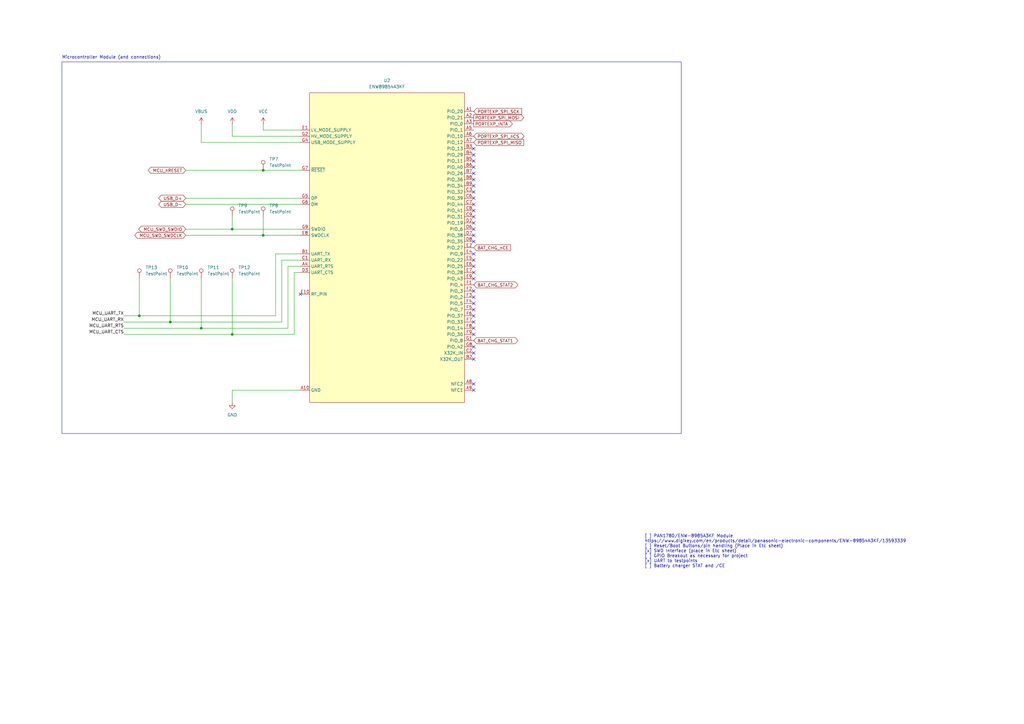
<source format=kicad_sch>
(kicad_sch (version 20250114) (generator "eeschema") (generator_version "9.0")
  (paper "A3")
  (lib_symbols
    (symbol "0.Project:ENW89854A3KF"
      (property "Reference" "U" (at 0 0 0))
      (property "Value" "ENW89854A3KF" (at 0 0 0))
      (symbol "ENW89854A3KF_1_1"
        (rectangle (start -31.75 63.5) (end 31.75 -63.5) (fill (type background)))
        (pin passive line (at -35.56 48.26 0) (length 3.81) (name "LV_MODE_SUPPLY") (number "E1"))
        (pin passive line (at -35.56 45.72 0) (length 3.81) (name "HV_MODE_SUPPLY") (number "G2"))
        (pin passive line (at -35.56 43.18 0) (length 3.81) (name "USB_MODE_SUPPLY") (number "G4"))
        (pin passive line (at -35.56 31.75 0) (length 3.81) (name "~{RESET}") (number "G7"))
        (pin passive line (at -35.56 20.32 0) (length 3.81) (name "DP") (number "G5"))
        (pin passive line (at -35.56 17.78 0) (length 3.81) (name "DM") (number "G6"))
        (pin passive line (at -35.56 7.62 0) (length 3.81) (name "SWDIO") (number "G9"))
        (pin passive line (at -35.56 5.08 0) (length 3.81) (name "SWDCLK") (number "E8"))
        (pin passive line (at -35.56 -2.54 0) (length 3.81) (name "UART_TX") (number "B1"))
        (pin passive line (at -35.56 -5.08 0) (length 3.81) (name "UART_RX") (number "C1"))
        (pin passive line (at -35.56 -7.62 0) (length 3.81) (name "UART_RTS") (number "A4"))
        (pin passive line (at -35.56 -10.16 0) (length 3.81) (name "UART_CTS") (number "D3"))
        (pin passive line (at -35.56 -19.05 0) (length 3.81) (name "RF_PIN") (number "E10"))
        (pin passive line (at -35.56 -58.42 0) (length 3.81) (name "GND") (number "A10"))
        (pin passive line (at -35.56 -58.42 0) (length 3.81) (hide yes) (name "GND") (number "A12"))
        (pin passive line (at -35.56 -58.42 0) (length 3.81) (hide yes) (name "GND") (number "A13"))
        (pin passive line (at -35.56 -58.42 0) (length 3.81) (hide yes) (name "GND") (number "B10"))
        (pin passive line (at -35.56 -58.42 0) (length 3.81) (hide yes) (name "GND") (number "C10"))
        (pin passive line (at -35.56 -58.42 0) (length 3.81) (hide yes) (name "GND") (number "C4"))
        (pin passive line (at -35.56 -58.42 0) (length 3.81) (hide yes) (name "GND") (number "C5"))
        (pin passive line (at -35.56 -58.42 0) (length 3.81) (hide yes) (name "GND") (number "D1"))
        (pin passive line (at -35.56 -58.42 0) (length 3.81) (hide yes) (name "GND") (number "D10"))
        (pin passive line (at -35.56 -58.42 0) (length 3.81) (hide yes) (name "GND") (number "D4"))
        (pin passive line (at -35.56 -58.42 0) (length 3.81) (hide yes) (name "GND") (number "D5"))
        (pin passive line (at -35.56 -58.42 0) (length 3.81) (hide yes) (name "GND") (number "D9"))
        (pin passive line (at -35.56 -58.42 0) (length 3.81) (hide yes) (name "GND") (number "E3"))
        (pin passive line (at -35.56 -58.42 0) (length 3.81) (hide yes) (name "GND") (number "F10"))
        (pin passive line (at -35.56 -58.42 0) (length 3.81) (hide yes) (name "GND") (number "G10"))
        (pin passive line (at -35.56 -58.42 0) (length 3.81) (hide yes) (name "GND") (number "G12"))
        (pin passive line (at -35.56 -58.42 0) (length 3.81) (hide yes) (name "GND") (number "G13"))
        (pin passive line (at -35.56 -58.42 0) (length 3.81) (hide yes) (name "GND") (number "G3"))
        (pin passive line (at 35.56 55.88 180) (length 3.81) (name "PIO_20") (number "A1"))
        (pin passive line (at 35.56 53.34 180) (length 3.81) (name "PIO_21") (number "A2"))
        (pin passive line (at 35.56 50.8 180) (length 3.81) (name "PIO_0") (number "A3"))
        (pin passive line (at 35.56 48.26 180) (length 3.81) (name "PIO_1") (number "A5"))
        (pin passive line (at 35.56 45.72 180) (length 3.81) (name "PIO_10") (number "A6"))
        (pin passive line (at 35.56 43.18 180) (length 3.81) (name "PIO_12") (number "A7"))
        (pin passive line (at 35.56 40.64 180) (length 3.81) (name "PIO_13") (number "B3"))
        (pin passive line (at 35.56 38.1 180) (length 3.81) (name "PIO_29") (number "B4"))
        (pin passive line (at 35.56 35.56 180) (length 3.81) (name "PIO_11") (number "B5"))
        (pin passive line (at 35.56 33.02 180) (length 3.81) (name "PIO_40") (number "B6"))
        (pin passive line (at 35.56 30.48 180) (length 3.81) (name "PIO_26") (number "B7"))
        (pin passive line (at 35.56 27.94 180) (length 3.81) (name "PIO_36") (number "B8"))
        (pin passive line (at 35.56 25.4 180) (length 3.81) (name "PIO_34") (number "B9"))
        (pin passive line (at 35.56 22.86 180) (length 3.81) (name "PIO_32") (number "C3"))
        (pin passive line (at 35.56 20.32 180) (length 3.81) (name "PIO_39") (number "C6"))
        (pin passive line (at 35.56 17.78 180) (length 3.81) (name "PIO_44") (number "C7"))
        (pin passive line (at 35.56 15.24 180) (length 3.81) (name "PIO_41") (number "C8"))
        (pin passive line (at 35.56 12.7 180) (length 3.81) (name "PIO_31") (number "C9"))
        (pin passive line (at 35.56 10.16 180) (length 3.81) (name "PIO_19") (number "D2"))
        (pin passive line (at 35.56 7.62 180) (length 3.81) (name "PIO_6") (number "D6"))
        (pin passive line (at 35.56 5.08 180) (length 3.81) (name "PIO_38") (number "D7"))
        (pin passive line (at 35.56 2.54 180) (length 3.81) (name "PIO_35") (number "D8"))
        (pin passive line (at 35.56 0 180) (length 3.81) (name "PIO_27") (number "E2"))
        (pin passive line (at 35.56 -2.54 180) (length 3.81) (name "PIO_9") (number "E4"))
        (pin passive line (at 35.56 -5.08 180) (length 3.81) (name "PIO_22") (number "E5"))
        (pin passive line (at 35.56 -7.62 180) (length 3.81) (name "PIO_25") (number "E6"))
        (pin passive line (at 35.56 -10.16 180) (length 3.81) (name "PIO_28") (number "E7"))
        (pin passive line (at 35.56 -12.7 180) (length 3.81) (name "PIO_43") (number "E9"))
        (pin passive line (at 35.56 -15.24 180) (length 3.81) (name "PIO_4") (number "F1"))
        (pin passive line (at 35.56 -17.78 180) (length 3.81) (name "PIO_3") (number "F2"))
        (pin passive line (at 35.56 -20.32 180) (length 3.81) (name "PIO_2") (number "F3"))
        (pin passive line (at 35.56 -22.86 180) (length 3.81) (name "PIO_5") (number "F4"))
        (pin passive line (at 35.56 -25.4 180) (length 3.81) (name "PIO_7") (number "F5"))
        (pin passive line (at 35.56 -27.94 180) (length 3.81) (name "PIO_37") (number "F6"))
        (pin passive line (at 35.56 -30.48 180) (length 3.81) (name "PIO_33") (number "F7"))
        (pin passive line (at 35.56 -33.02 180) (length 3.81) (name "PIO_14") (number "F8"))
        (pin passive line (at 35.56 -35.56 180) (length 3.81) (name "PIO_30") (number "F9"))
        (pin passive line (at 35.56 -38.1 180) (length 3.81) (name "PIO_8") (number "G1"))
        (pin passive line (at 35.56 -40.64 180) (length 3.81) (name "PIO_42") (number "G8"))
        (pin passive line (at 35.56 -43.18 180) (length 3.81) (name "X32K_IN") (number "C2"))
        (pin passive line (at 35.56 -45.72 180) (length 3.81) (name "X32K_OUT") (number "B2"))
        (pin passive line (at 35.56 -55.88 180) (length 3.81) (name "NFC2") (number "A8"))
        (pin passive line (at 35.56 -58.42 180) (length 3.81) (name "NFC1") (number "A9"))
      )
    )
    (symbol "Connector:TestPoint" (pin_numbers (hide yes)) (pin_names (offset 0.762) (hide yes))
      (property "Reference" "TP" (at 0 6.858 0))
      (property "Value" "TestPoint" (at 0 5.08 0))
      (symbol "TestPoint_0_1"
        (circle (center 0 3.302) (radius 0.762))
      )
      (symbol "TestPoint_1_1"
        (pin passive line (at 0 0 90) (length 2.54) (name "1") (number "1"))
      )
    )
    (symbol "power:GND" (power) (pin_numbers (hide yes)) (pin_names (offset 0) (hide yes))
      (property "Value" "GND" (at 0 -3.81 0))
      (symbol "GND_0_1"
        (polyline (pts (xy 0 0) (xy 0 -1.27) (xy 1.27 -1.27) (xy 0 -2.54) (xy -1.27 -1.27) (xy 0 -1.27)))
      )
      (symbol "GND_1_1"
        (pin power_in line (at 0 0 270) (length 0) (name "~") (number "1"))
      )
    )
    (symbol "power:VBUS" (power) (pin_numbers (hide yes)) (pin_names (offset 0) (hide yes))
      (property "Value" "VBUS" (at 0 3.556 0))
      (symbol "VBUS_0_1"
        (polyline (pts (xy -0.762 1.27) (xy 0 2.54)))
        (polyline (pts (xy 0 2.54) (xy 0.762 1.27)))
        (polyline (pts (xy 0 0) (xy 0 2.54)))
      )
      (symbol "VBUS_1_1"
        (pin power_in line (at 0 0 90) (length 0) (name "~") (number "1"))
      )
    )
    (symbol "power:VCC" (power) (pin_numbers (hide yes)) (pin_names (offset 0) (hide yes))
      (property "Value" "VCC" (at 0 3.556 0))
      (symbol "VCC_0_1"
        (polyline (pts (xy -0.762 1.27) (xy 0 2.54)))
        (polyline (pts (xy 0 2.54) (xy 0.762 1.27)))
        (polyline (pts (xy 0 0) (xy 0 2.54)))
      )
      (symbol "VCC_1_1"
        (pin power_in line (at 0 0 90) (length 0) (name "~") (number "1"))
      )
    )
    (symbol "power:VDD" (power) (pin_numbers (hide yes)) (pin_names (offset 0) (hide yes))
      (property "Value" "VDD" (at 0 3.556 0))
      (symbol "VDD_0_1"
        (polyline (pts (xy -0.762 1.27) (xy 0 2.54)))
        (polyline (pts (xy 0 2.54) (xy 0.762 1.27)))
        (polyline (pts (xy 0 0) (xy 0 2.54)))
      )
      (symbol "VDD_1_1"
        (pin power_in line (at 0 0 90) (length 0) (name "~") (number "1"))
      )
    )
  )
  (rectangle (start 25.4 25.4) (end 279.4 177.8))
  (text "Microcontroller Module (and connections)" (at 25.4 22.86 0) (effects (font (size 1.27 1.27)) (justify left top)))
  (text "[ ] PAN1780/ENW-8985A3KF Module \nhttps://www.digikey.com/en/products/detail/panasonic-electronic-components/ENW-89854A3KF/13593339\n[ ] Reset/Boot Buttons/pin handling (Place in Etc sheet)\n[x] SWD Interface (place in Etc sheet)\n[ ] GPIO Breakout as necessary for project \n[x] UART to testpoints \n[ ] Battery charger STAT and /CE" (at 264.414 219.202 0) (effects (font (size 1.27 1.27)) (justify left top)))
  (junction (at 107.95 69.85))
  (junction (at 69.85 132.08))
  (junction (at 57.15 129.54))
  (junction (at 95.25 93.98))
  (junction (at 82.55 134.62))
  (junction (at 95.25 137.16))
  (junction (at 107.95 96.52))
  (no_connect (at 194.31 147.32))
  (no_connect (at 194.31 121.92))
  (no_connect (at 194.31 111.76))
  (no_connect (at 194.31 160.02))
  (no_connect (at 194.31 109.22))
  (no_connect (at 194.31 63.5))
  (no_connect (at 194.31 81.28))
  (no_connect (at 194.31 142.24))
  (no_connect (at 194.31 144.78))
  (no_connect (at 194.31 86.36))
  (no_connect (at 194.31 124.46))
  (no_connect (at 194.31 96.52))
  (no_connect (at 194.31 83.82))
  (no_connect (at 123.19 120.65))
  (no_connect (at 194.31 78.74))
  (no_connect (at 194.31 129.54))
  (no_connect (at 194.31 73.66))
  (no_connect (at 194.31 127))
  (no_connect (at 194.31 132.08))
  (no_connect (at 194.31 68.58))
  (no_connect (at 194.31 137.16))
  (no_connect (at 194.31 114.3))
  (no_connect (at 194.31 88.9))
  (no_connect (at 194.31 157.48))
  (no_connect (at 194.31 119.38))
  (no_connect (at 194.31 71.12))
  (no_connect (at 194.31 66.04))
  (no_connect (at 194.31 91.44))
  (no_connect (at 194.31 134.62))
  (no_connect (at 194.31 93.98))
  (no_connect (at 194.31 104.14))
  (no_connect (at 194.31 106.68))
  (no_connect (at 194.31 76.2))
  (no_connect (at 194.31 99.06))
  (no_connect (at 194.31 60.96))
  (wire (pts (xy 118.11 134.62) (xy 118.11 109.22)))
  (wire (pts (xy 82.55 50.8) (xy 82.55 58.42)))
  (wire (pts (xy 76.2 69.85) (xy 107.95 69.85)))
  (wire (pts (xy 76.2 96.52) (xy 107.95 96.52)))
  (wire (pts (xy 107.95 96.52) (xy 123.19 96.52)))
  (wire (pts (xy 57.15 114.3) (xy 57.15 129.54)))
  (wire (pts (xy 82.55 134.62) (xy 118.11 134.62)))
  (wire (pts (xy 69.85 132.08) (xy 115.57 132.08)))
  (wire (pts (xy 113.03 129.54) (xy 113.03 104.14)))
  (wire (pts (xy 118.11 109.22) (xy 123.19 109.22)))
  (wire (pts (xy 76.2 93.98) (xy 95.25 93.98)))
  (wire (pts (xy 107.95 69.85) (xy 123.19 69.85)))
  (wire (pts (xy 115.57 106.68) (xy 123.19 106.68)))
  (wire (pts (xy 57.15 129.54) (xy 113.03 129.54)))
  (wire (pts (xy 123.19 53.34) (xy 107.95 53.34)))
  (wire (pts (xy 69.85 114.3) (xy 69.85 132.08)))
  (wire (pts (xy 95.25 93.98) (xy 123.19 93.98)))
  (wire (pts (xy 76.2 83.82) (xy 123.19 83.82)))
  (wire (pts (xy 115.57 132.08) (xy 115.57 106.68)))
  (wire (pts (xy 95.25 50.8) (xy 95.25 55.88)))
  (wire (pts (xy 107.95 88.9) (xy 107.95 96.52)))
  (wire (pts (xy 120.65 111.76) (xy 120.65 137.16)))
  (wire (pts (xy 120.65 137.16) (xy 95.25 137.16)))
  (wire (pts (xy 123.19 55.88) (xy 95.25 55.88)))
  (wire (pts (xy 50.8 134.62) (xy 82.55 134.62)))
  (wire (pts (xy 50.8 132.08) (xy 69.85 132.08)))
  (wire (pts (xy 107.95 53.34) (xy 107.95 50.8)))
  (wire (pts (xy 50.8 129.54) (xy 57.15 129.54)))
  (wire (pts (xy 123.19 160.02) (xy 95.25 160.02)))
  (wire (pts (xy 123.19 58.42) (xy 82.55 58.42)))
  (wire (pts (xy 76.2 81.28) (xy 123.19 81.28)))
  (wire (pts (xy 95.25 88.9) (xy 95.25 93.98)))
  (wire (pts (xy 95.25 137.16) (xy 50.8 137.16)))
  (wire (pts (xy 113.03 104.14) (xy 123.19 104.14)))
  (wire (pts (xy 95.25 160.02) (xy 95.25 165.1)))
  (wire (pts (xy 95.25 114.3) (xy 95.25 137.16)))
  (wire (pts (xy 82.55 114.3) (xy 82.55 134.62)))
  (wire (pts (xy 120.65 111.76) (xy 123.19 111.76)))
  (label "MCU_UART_RX" (at 50.8 132.08 180))
  (label "MCU_UART_RTS" (at 50.8 134.62 180))
  (label "MCU_UART_CTS" (at 50.8 137.16 180))
  (label "MCU_UART_TX" (at 50.8 129.54 180))
  (global_label "BAT_CHG_nCE" (shape input) (at 194.31 101.6 0) (property "Intersheetrefs" "${INTERSHEET_REFS}" (effects (hide yes))))
  (global_label "MCU_SWD_SWDIO" (shape bidirectional) (at 76.2 93.98 180) (property "Intersheetrefs" "${INTERSHEET_REFS}" (effects (hide yes))))
  (global_label "PORTEXP_INTA" (shape output) (at 194.31 50.8 0) (property "Intersheetrefs" "${INTERSHEET_REFS}" (effects (hide yes))))
  (global_label "USB_D-" (shape bidirectional) (at 76.2 83.82 180) (property "Intersheetrefs" "${INTERSHEET_REFS}" (effects (hide yes))))
  (global_label "BAT_CHG_STAT1" (shape bidirectional) (at 194.31 139.7 0) (property "Intersheetrefs" "${INTERSHEET_REFS}" (effects (hide yes))))
  (global_label "PORTEXP_SPI_MISO" (shape input) (at 194.31 58.42 0) (property "Intersheetrefs" "${INTERSHEET_REFS}" (effects (hide yes))))
  (global_label "PORTEXP_SPI_MOSI" (shape output) (at 194.31 48.26 0) (property "Intersheetrefs" "${INTERSHEET_REFS}" (effects (hide yes))))
  (global_label "PORTEXP_SPI_nCS" (shape bidirectional) (at 194.31 55.88 0) (property "Intersheetrefs" "${INTERSHEET_REFS}" (effects (hide yes))))
  (global_label "USB_D+" (shape bidirectional) (at 76.2 81.28 180) (property "Intersheetrefs" "${INTERSHEET_REFS}" (effects (hide yes))))
  (global_label "MCU_SWD_SWDCLK" (shape bidirectional) (at 76.2 96.52 180) (property "Intersheetrefs" "${INTERSHEET_REFS}" (effects (hide yes))))
  (global_label "MCU_nRESET" (shape bidirectional) (at 76.2 69.85 180) (property "Intersheetrefs" "${INTERSHEET_REFS}" (effects (hide yes))))
  (global_label "BAT_CHG_STAT2" (shape bidirectional) (at 194.31 116.84 0) (property "Intersheetrefs" "${INTERSHEET_REFS}" (effects (hide yes))))
  (global_label "PORTEXP_SPI_SCK" (shape input) (at 194.31 45.72 0) (property "Intersheetrefs" "${INTERSHEET_REFS}" (effects (hide yes))))
  (symbol (lib_id "power:VDD") (at 95.25 50.8 0) (unit 1)
    (property "Reference" "#PWR016" (effects (hide yes)))
    (property "Value" "VDD" (at 95.25 45.72 0))
    (property "Description" "Power symbol creates a global label with name \"VDD\"" (effects (hide yes)))
  )
  (symbol (lib_id "Connector:TestPoint") (at 107.95 69.85 0) (unit 1)
    (property "Reference" "TP7" (at 110.49 65.2779 0) (effects (justify left)))
    (property "Value" "TestPoint" (at 110.49 67.8179 0) (effects (justify left)))
    (property "Footprint" "0.Project:TestPoint_Pad_D0.5mm" (effects (hide yes)))
    (property "Description" "test point" (effects (hide yes)))
  )
  (symbol (lib_id "0.Project:ENW89854A3KF") (at 158.75 101.6 0) (unit 1)
    (property "Reference" "U2" (at 158.75 33.02 0))
    (property "Value" "ENW89854A3KF" (at 158.75 35.56 0))
    (property "Footprint" "0.Project:ENW89854A3KF" (effects (hide yes)))
    (property "Datasheet" "https://mm.digikey.com/Volume0/opasdata/d220001/medias/docus/6799/PAN1780.pdf" (effects (hide yes)))
    (property "Description" "RF TXRX MOD BT1GHZ CER PATCH SMD" (effects (hide yes)))
  )
  (symbol (lib_id "power:VBUS") (at 82.55 50.8 0) (unit 1)
    (property "Reference" "#PWR017" (effects (hide yes)))
    (property "Value" "VBUS" (at 82.55 45.72 0))
    (property "Description" "Power symbol creates a global label with name \"VBUS\"" (effects (hide yes)))
  )
  (symbol (lib_id "Connector:TestPoint") (at 57.15 114.3 0) (unit 1)
    (property "Reference" "TP13" (at 59.69 109.7279 0) (effects (justify left)))
    (property "Value" "TestPoint" (at 59.69 112.2679 0) (effects (justify left)))
    (property "Footprint" "0.Project:TestPoint_Pad_D0.5mm" (effects (hide yes)))
    (property "Description" "test point" (effects (hide yes)))
  )
  (symbol (lib_id "Connector:TestPoint") (at 69.85 114.3 0) (unit 1)
    (property "Reference" "TP10" (at 72.39 109.7279 0) (effects (justify left)))
    (property "Value" "TestPoint" (at 72.39 112.2679 0) (effects (justify left)))
    (property "Footprint" "0.Project:TestPoint_Pad_D0.5mm" (effects (hide yes)))
    (property "Description" "test point" (effects (hide yes)))
  )
  (symbol (lib_id "Connector:TestPoint") (at 107.95 88.9 0) (unit 1)
    (property "Reference" "TP8" (at 110.49 84.3279 0) (effects (justify left)))
    (property "Value" "TestPoint" (at 110.49 86.8679 0) (effects (justify left)))
    (property "Footprint" "0.Project:TestPoint_Pad_D0.5mm" (effects (hide yes)))
    (property "Description" "test point" (effects (hide yes)))
  )
  (symbol (lib_id "power:VCC") (at 107.95 50.8 0) (unit 1)
    (property "Reference" "#PWR041" (effects (hide yes)))
    (property "Value" "VCC" (at 107.95 45.72 0))
    (property "Description" "Power symbol creates a global label with name \"VCC\"" (effects (hide yes)))
  )
  (symbol (lib_id "Connector:TestPoint") (at 95.25 88.9 0) (unit 1)
    (property "Reference" "TP9" (at 97.79 84.3279 0) (effects (justify left)))
    (property "Value" "TestPoint" (at 97.79 86.8679 0) (effects (justify left)))
    (property "Footprint" "0.Project:TestPoint_Pad_D0.5mm" (effects (hide yes)))
    (property "Description" "test point" (effects (hide yes)))
  )
  (symbol (lib_id "Connector:TestPoint") (at 95.25 114.3 0) (unit 1)
    (property "Reference" "TP12" (at 97.79 109.7279 0) (effects (justify left)))
    (property "Value" "TestPoint" (at 97.79 112.2679 0) (effects (justify left)))
    (property "Footprint" "0.Project:TestPoint_Pad_D0.5mm" (effects (hide yes)))
    (property "Description" "test point" (effects (hide yes)))
  )
  (symbol (lib_id "power:GND") (at 95.25 165.1 0) (unit 1)
    (property "Reference" "#PWR018" (effects (hide yes)))
    (property "Value" "GND" (at 95.25 170.18 0))
    (property "Description" "Power symbol creates a global label with name \"GND\" , ground" (effects (hide yes)))
  )
  (symbol (lib_id "Connector:TestPoint") (at 82.55 114.3 0) (unit 1)
    (property "Reference" "TP11" (at 85.09 109.7279 0) (effects (justify left)))
    (property "Value" "TestPoint" (at 85.09 112.2679 0) (effects (justify left)))
    (property "Footprint" "0.Project:TestPoint_Pad_D0.5mm" (effects (hide yes)))
    (property "Description" "test point" (effects (hide yes)))
  )
)
</source>
